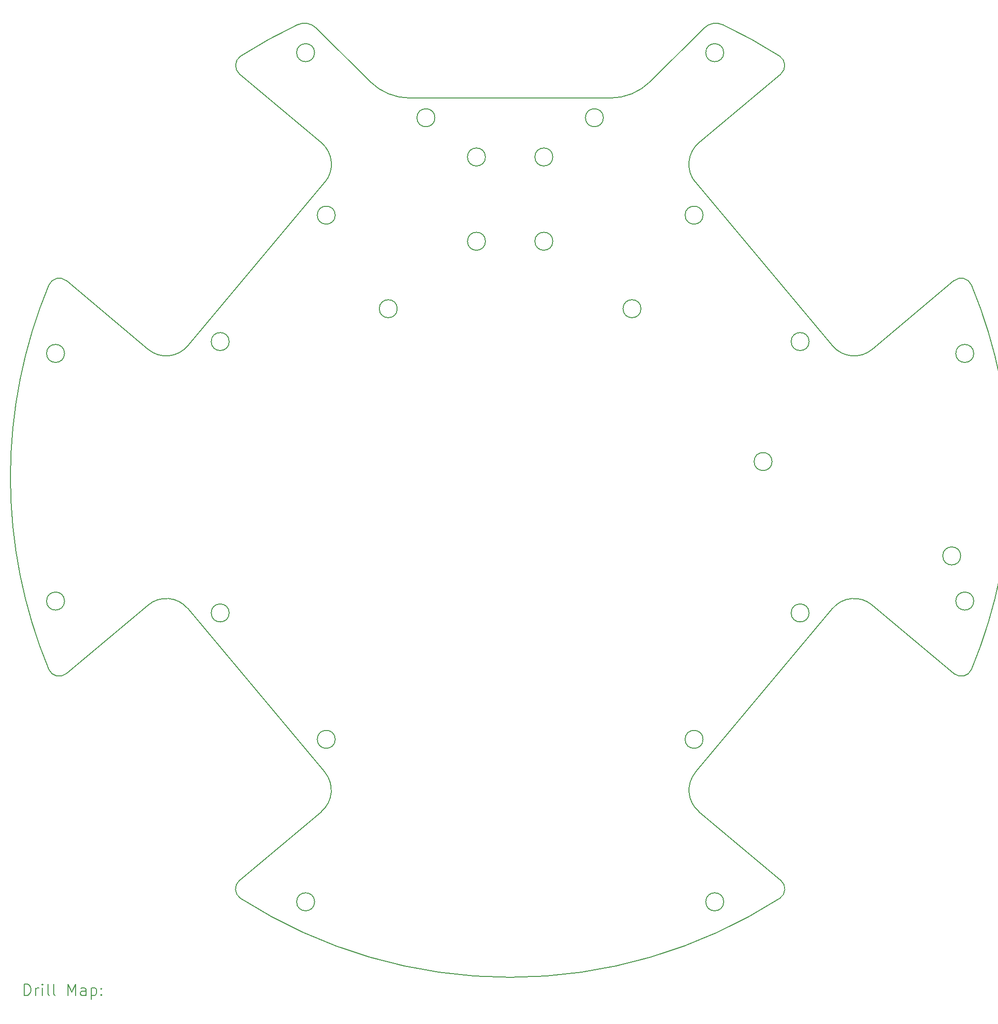
<source format=gbr>
%FSLAX45Y45*%
G04 Gerber Fmt 4.5, Leading zero omitted, Abs format (unit mm)*
G04 Created by KiCad (PCBNEW (6.0.0-0)) date 2022-03-23 00:11:23*
%MOMM*%
%LPD*%
G01*
G04 APERTURE LIST*
%TA.AperFunction,Profile*%
%ADD10C,0.200000*%
%TD*%
%ADD11C,0.200000*%
G04 APERTURE END LIST*
D10*
X20474602Y-6636957D02*
X19019631Y-7857827D01*
X17391122Y-2958420D02*
G75*
G03*
X17370359Y-2636741I-128554J153212D01*
G01*
X17393234Y-17310116D02*
X15936643Y-16088474D01*
X15934265Y-4180816D02*
G75*
G03*
X15872628Y-4885239I321386J-383029D01*
G01*
X19019131Y-12409092D02*
G75*
G03*
X18314471Y-12471126I-321338J-383069D01*
G01*
X4671398Y-6636957D02*
G75*
G03*
X4358213Y-6713271I-128558J-153209D01*
G01*
X4357509Y-13554238D02*
G75*
G03*
X4670687Y-13630610I184643J76857D01*
G01*
X15065524Y-3092679D02*
X16024454Y-2139504D01*
X9211735Y-4180816D02*
X7754878Y-2958420D01*
X19019131Y-12409092D02*
X20475313Y-13630610D01*
X12573000Y-19036486D02*
G75*
G03*
X17372545Y-17631796I0J8901887D01*
G01*
X14360548Y-3383447D02*
G75*
G03*
X15065524Y-3092679I0J1000000D01*
G01*
X7752766Y-17310117D02*
G75*
G03*
X7773455Y-17631796I128522J-153239D01*
G01*
X6126869Y-12409092D02*
X4670687Y-13630610D01*
X9271375Y-15384340D02*
X6831529Y-12471126D01*
X12573000Y-3383447D02*
X10785452Y-3383447D01*
X20788491Y-13554238D02*
G75*
G03*
X20787787Y-6713271I-8215491J3419638D01*
G01*
X15874625Y-15384340D02*
X18314471Y-12471126D01*
X17372545Y-17631796D02*
G75*
G03*
X17393234Y-17310116I-107832J168441D01*
G01*
X18315214Y-7796199D02*
X15872628Y-4885239D01*
X6830786Y-7796199D02*
X9273372Y-4885239D01*
X8782295Y-2080837D02*
G75*
G03*
X7775641Y-2636741I3790700J-8053755D01*
G01*
X4671398Y-6636957D02*
X6126369Y-7857827D01*
X7775641Y-2636741D02*
G75*
G03*
X7754878Y-2958420I107791J-168467D01*
G01*
X18315214Y-7796199D02*
G75*
G03*
X19019631Y-7857827I383022J321394D01*
G01*
X16363705Y-2080837D02*
G75*
G03*
X16024454Y-2139504I-127758J-271437D01*
G01*
X9273372Y-4885239D02*
G75*
G03*
X9211735Y-4180816I-383022J321394D01*
G01*
X6831529Y-12471126D02*
G75*
G03*
X6126869Y-12409092I-383322J-321036D01*
G01*
X15874625Y-15384340D02*
G75*
G03*
X15936643Y-16088474I383322J-321036D01*
G01*
X15934265Y-4180816D02*
X17391122Y-2958420D01*
X7773455Y-17631796D02*
G75*
G03*
X12573000Y-19036486I4799545J7497197D01*
G01*
X20787787Y-6713271D02*
G75*
G03*
X20474602Y-6636957I-184627J-76894D01*
G01*
X12573000Y-3383447D02*
X14360548Y-3383447D01*
X20475313Y-13630610D02*
G75*
G03*
X20788491Y-13554238I128535J153228D01*
G01*
X10080476Y-3092679D02*
G75*
G03*
X10785452Y-3383447I704975J709232D01*
G01*
X17370359Y-2636741D02*
G75*
G03*
X16363705Y-2080837I-4797354J-7497851D01*
G01*
X4358213Y-6713271D02*
G75*
G03*
X4357509Y-13554238I8214786J-3421329D01*
G01*
X9121546Y-2139504D02*
X10080476Y-3092679D01*
X9121546Y-2139504D02*
G75*
G03*
X8782295Y-2080837I-211493J-212769D01*
G01*
X9209357Y-16088474D02*
G75*
G03*
X9271375Y-15384340I-321304J383098D01*
G01*
X7752766Y-17310116D02*
X9209357Y-16088474D01*
X6126369Y-7857827D02*
G75*
G03*
X6830786Y-7796199I321395J383022D01*
G01*
X20596400Y-11535200D02*
G75*
G03*
X20596400Y-11535200I-160000J0D01*
G01*
X17236400Y-9855200D02*
G75*
G03*
X17236400Y-9855200I-160000J0D01*
G01*
X20828355Y-12338533D02*
G75*
G03*
X20828355Y-12338533I-160000J0D01*
G01*
X17896493Y-12549835D02*
G75*
G03*
X17896493Y-12549835I-160000J0D01*
G01*
X9457827Y-14800247D02*
G75*
G03*
X9457827Y-14800247I-160000J0D01*
G01*
X9090454Y-17692640D02*
G75*
G03*
X9090454Y-17692640I-160000J0D01*
G01*
X16008173Y-5468953D02*
G75*
G03*
X16008173Y-5468953I-160000J0D01*
G01*
X14903000Y-7134600D02*
G75*
G03*
X14903000Y-7134600I-160000J0D01*
G01*
X20828355Y-7930667D02*
G75*
G03*
X20828355Y-7930667I-160000J0D01*
G01*
X4637645Y-7930667D02*
G75*
G03*
X4637645Y-7930667I-160000J0D01*
G01*
X16375546Y-17692640D02*
G75*
G03*
X16375546Y-17692640I-160000J0D01*
G01*
X10563000Y-7134600D02*
G75*
G03*
X10563000Y-7134600I-160000J0D01*
G01*
X12133000Y-4433447D02*
G75*
G03*
X12133000Y-4433447I-160000J0D01*
G01*
X16008173Y-14800247D02*
G75*
G03*
X16008173Y-14800247I-160000J0D01*
G01*
X12133000Y-5933447D02*
G75*
G03*
X12133000Y-5933447I-160000J0D01*
G01*
X9090454Y-2576561D02*
G75*
G03*
X9090454Y-2576561I-160000J0D01*
G01*
X13333000Y-5933447D02*
G75*
G03*
X13333000Y-5933447I-160000J0D01*
G01*
X9457827Y-5468953D02*
G75*
G03*
X9457827Y-5468953I-160000J0D01*
G01*
X4637645Y-12338533D02*
G75*
G03*
X4637645Y-12338533I-160000J0D01*
G01*
X7569507Y-12549835D02*
G75*
G03*
X7569507Y-12549835I-160000J0D01*
G01*
X14233000Y-3734600D02*
G75*
G03*
X14233000Y-3734600I-160000J0D01*
G01*
X7569507Y-7719365D02*
G75*
G03*
X7569507Y-7719365I-160000J0D01*
G01*
X13333000Y-4433447D02*
G75*
G03*
X13333000Y-4433447I-160000J0D01*
G01*
X16375546Y-2576561D02*
G75*
G03*
X16375546Y-2576561I-160000J0D01*
G01*
X17896493Y-7719365D02*
G75*
G03*
X17896493Y-7719365I-160000J0D01*
G01*
X11233000Y-3734600D02*
G75*
G03*
X11233000Y-3734600I-160000J0D01*
G01*
D11*
X3921843Y-19356962D02*
X3921843Y-19156962D01*
X3969462Y-19156962D01*
X3998033Y-19166486D01*
X4017081Y-19185534D01*
X4026605Y-19204581D01*
X4036128Y-19242677D01*
X4036128Y-19271248D01*
X4026605Y-19309343D01*
X4017081Y-19328391D01*
X3998033Y-19347439D01*
X3969462Y-19356962D01*
X3921843Y-19356962D01*
X4121843Y-19356962D02*
X4121843Y-19223629D01*
X4121843Y-19261724D02*
X4131367Y-19242677D01*
X4140890Y-19233153D01*
X4159938Y-19223629D01*
X4178986Y-19223629D01*
X4245652Y-19356962D02*
X4245652Y-19223629D01*
X4245652Y-19156962D02*
X4236129Y-19166486D01*
X4245652Y-19176010D01*
X4255176Y-19166486D01*
X4245652Y-19156962D01*
X4245652Y-19176010D01*
X4369462Y-19356962D02*
X4350414Y-19347439D01*
X4340890Y-19328391D01*
X4340890Y-19156962D01*
X4474224Y-19356962D02*
X4455176Y-19347439D01*
X4445652Y-19328391D01*
X4445652Y-19156962D01*
X4702795Y-19356962D02*
X4702795Y-19156962D01*
X4769462Y-19299820D01*
X4836129Y-19156962D01*
X4836129Y-19356962D01*
X5017081Y-19356962D02*
X5017081Y-19252200D01*
X5007557Y-19233153D01*
X4988510Y-19223629D01*
X4950414Y-19223629D01*
X4931367Y-19233153D01*
X5017081Y-19347439D02*
X4998033Y-19356962D01*
X4950414Y-19356962D01*
X4931367Y-19347439D01*
X4921843Y-19328391D01*
X4921843Y-19309343D01*
X4931367Y-19290296D01*
X4950414Y-19280772D01*
X4998033Y-19280772D01*
X5017081Y-19271248D01*
X5112319Y-19223629D02*
X5112319Y-19423629D01*
X5112319Y-19233153D02*
X5131367Y-19223629D01*
X5169462Y-19223629D01*
X5188510Y-19233153D01*
X5198033Y-19242677D01*
X5207557Y-19261724D01*
X5207557Y-19318867D01*
X5198033Y-19337915D01*
X5188510Y-19347439D01*
X5169462Y-19356962D01*
X5131367Y-19356962D01*
X5112319Y-19347439D01*
X5293271Y-19337915D02*
X5302795Y-19347439D01*
X5293271Y-19356962D01*
X5283748Y-19347439D01*
X5293271Y-19337915D01*
X5293271Y-19356962D01*
X5293271Y-19233153D02*
X5302795Y-19242677D01*
X5293271Y-19252200D01*
X5283748Y-19242677D01*
X5293271Y-19233153D01*
X5293271Y-19252200D01*
M02*

</source>
